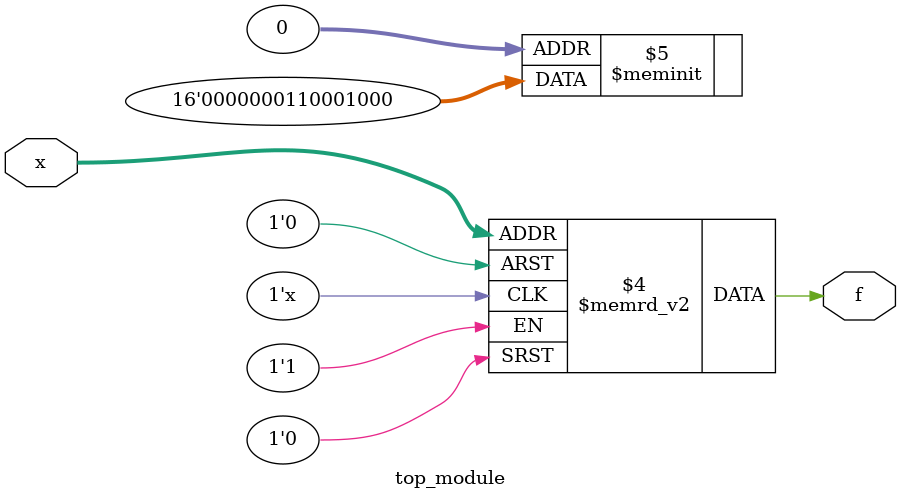
<source format=sv>
module top_module (
    input [4:1] x,
    output logic f
);

always_comb begin
    case ({x[4], x[3], x[2], x[1]})
        4'b0001: f = 1'b0;
        4'b0011: f = 1'b1;
        4'b0100: f = 1'b0;
        4'b0101: f = 1'b0;
        4'b0111: f = 1'b1;
        4'b1000: f = 1'b1;
        4'b1001: f = 1'b0;
        4'b1011: f = 1'b0;
        default: f = 1'b0; // Handling don't-care conditions
    endcase
end

endmodule

</source>
